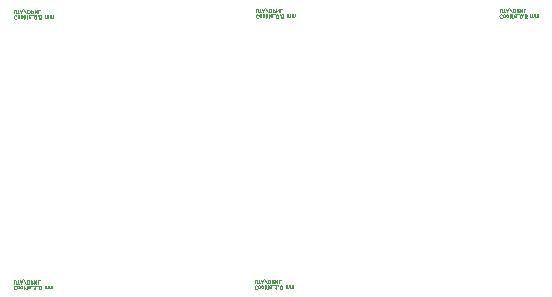
<source format=gbr>
%TF.GenerationSoftware,KiCad,Pcbnew,(7.0.0)*%
%TF.CreationDate,2023-03-30T16:56:58-05:00*%
%TF.ProjectId,Cookie_Mantis_Stencil,436f6f6b-6965-45f4-9d61-6e7469735f53,rev?*%
%TF.SameCoordinates,Original*%
%TF.FileFunction,Legend,Bot*%
%TF.FilePolarity,Positive*%
%FSLAX46Y46*%
G04 Gerber Fmt 4.6, Leading zero omitted, Abs format (unit mm)*
G04 Created by KiCad (PCBNEW (7.0.0)) date 2023-03-30 16:56:58*
%MOMM*%
%LPD*%
G01*
G04 APERTURE LIST*
%ADD10C,0.075000*%
G04 APERTURE END LIST*
D10*
X49506417Y-36228141D02*
X49492131Y-36213855D01*
X49492131Y-36213855D02*
X49449274Y-36199569D01*
X49449274Y-36199569D02*
X49420702Y-36199569D01*
X49420702Y-36199569D02*
X49377845Y-36213855D01*
X49377845Y-36213855D02*
X49349274Y-36242426D01*
X49349274Y-36242426D02*
X49334988Y-36270998D01*
X49334988Y-36270998D02*
X49320702Y-36328141D01*
X49320702Y-36328141D02*
X49320702Y-36370998D01*
X49320702Y-36370998D02*
X49334988Y-36428141D01*
X49334988Y-36428141D02*
X49349274Y-36456712D01*
X49349274Y-36456712D02*
X49377845Y-36485284D01*
X49377845Y-36485284D02*
X49420702Y-36499569D01*
X49420702Y-36499569D02*
X49449274Y-36499569D01*
X49449274Y-36499569D02*
X49492131Y-36485284D01*
X49492131Y-36485284D02*
X49506417Y-36470998D01*
X49677845Y-36199569D02*
X49649274Y-36213855D01*
X49649274Y-36213855D02*
X49634988Y-36228141D01*
X49634988Y-36228141D02*
X49620702Y-36256712D01*
X49620702Y-36256712D02*
X49620702Y-36342426D01*
X49620702Y-36342426D02*
X49634988Y-36370998D01*
X49634988Y-36370998D02*
X49649274Y-36385284D01*
X49649274Y-36385284D02*
X49677845Y-36399569D01*
X49677845Y-36399569D02*
X49720702Y-36399569D01*
X49720702Y-36399569D02*
X49749274Y-36385284D01*
X49749274Y-36385284D02*
X49763560Y-36370998D01*
X49763560Y-36370998D02*
X49777845Y-36342426D01*
X49777845Y-36342426D02*
X49777845Y-36256712D01*
X49777845Y-36256712D02*
X49763560Y-36228141D01*
X49763560Y-36228141D02*
X49749274Y-36213855D01*
X49749274Y-36213855D02*
X49720702Y-36199569D01*
X49720702Y-36199569D02*
X49677845Y-36199569D01*
X49949274Y-36199569D02*
X49920703Y-36213855D01*
X49920703Y-36213855D02*
X49906417Y-36228141D01*
X49906417Y-36228141D02*
X49892131Y-36256712D01*
X49892131Y-36256712D02*
X49892131Y-36342426D01*
X49892131Y-36342426D02*
X49906417Y-36370998D01*
X49906417Y-36370998D02*
X49920703Y-36385284D01*
X49920703Y-36385284D02*
X49949274Y-36399569D01*
X49949274Y-36399569D02*
X49992131Y-36399569D01*
X49992131Y-36399569D02*
X50020703Y-36385284D01*
X50020703Y-36385284D02*
X50034989Y-36370998D01*
X50034989Y-36370998D02*
X50049274Y-36342426D01*
X50049274Y-36342426D02*
X50049274Y-36256712D01*
X50049274Y-36256712D02*
X50034989Y-36228141D01*
X50034989Y-36228141D02*
X50020703Y-36213855D01*
X50020703Y-36213855D02*
X49992131Y-36199569D01*
X49992131Y-36199569D02*
X49949274Y-36199569D01*
X50177846Y-36199569D02*
X50177846Y-36499569D01*
X50206418Y-36313855D02*
X50292132Y-36199569D01*
X50292132Y-36399569D02*
X50177846Y-36285284D01*
X50420703Y-36199569D02*
X50420703Y-36399569D01*
X50420703Y-36499569D02*
X50406417Y-36485284D01*
X50406417Y-36485284D02*
X50420703Y-36470998D01*
X50420703Y-36470998D02*
X50434989Y-36485284D01*
X50434989Y-36485284D02*
X50420703Y-36499569D01*
X50420703Y-36499569D02*
X50420703Y-36470998D01*
X50677846Y-36213855D02*
X50649274Y-36199569D01*
X50649274Y-36199569D02*
X50592132Y-36199569D01*
X50592132Y-36199569D02*
X50563560Y-36213855D01*
X50563560Y-36213855D02*
X50549274Y-36242426D01*
X50549274Y-36242426D02*
X50549274Y-36356712D01*
X50549274Y-36356712D02*
X50563560Y-36385284D01*
X50563560Y-36385284D02*
X50592132Y-36399569D01*
X50592132Y-36399569D02*
X50649274Y-36399569D01*
X50649274Y-36399569D02*
X50677846Y-36385284D01*
X50677846Y-36385284D02*
X50692132Y-36356712D01*
X50692132Y-36356712D02*
X50692132Y-36328141D01*
X50692132Y-36328141D02*
X50549274Y-36299569D01*
X50749275Y-36170998D02*
X50977846Y-36170998D01*
X51206417Y-36199569D02*
X51034988Y-36199569D01*
X51120703Y-36199569D02*
X51120703Y-36499569D01*
X51120703Y-36499569D02*
X51092131Y-36456712D01*
X51092131Y-36456712D02*
X51063560Y-36428141D01*
X51063560Y-36428141D02*
X51034988Y-36413855D01*
X51334988Y-36228141D02*
X51349274Y-36213855D01*
X51349274Y-36213855D02*
X51334988Y-36199569D01*
X51334988Y-36199569D02*
X51320702Y-36213855D01*
X51320702Y-36213855D02*
X51334988Y-36228141D01*
X51334988Y-36228141D02*
X51334988Y-36199569D01*
X51534988Y-36499569D02*
X51563559Y-36499569D01*
X51563559Y-36499569D02*
X51592131Y-36485284D01*
X51592131Y-36485284D02*
X51606417Y-36470998D01*
X51606417Y-36470998D02*
X51620702Y-36442426D01*
X51620702Y-36442426D02*
X51634988Y-36385284D01*
X51634988Y-36385284D02*
X51634988Y-36313855D01*
X51634988Y-36313855D02*
X51620702Y-36256712D01*
X51620702Y-36256712D02*
X51606417Y-36228141D01*
X51606417Y-36228141D02*
X51592131Y-36213855D01*
X51592131Y-36213855D02*
X51563559Y-36199569D01*
X51563559Y-36199569D02*
X51534988Y-36199569D01*
X51534988Y-36199569D02*
X51506417Y-36213855D01*
X51506417Y-36213855D02*
X51492131Y-36228141D01*
X51492131Y-36228141D02*
X51477845Y-36256712D01*
X51477845Y-36256712D02*
X51463559Y-36313855D01*
X51463559Y-36313855D02*
X51463559Y-36385284D01*
X51463559Y-36385284D02*
X51477845Y-36442426D01*
X51477845Y-36442426D02*
X51492131Y-36470998D01*
X51492131Y-36470998D02*
X51506417Y-36485284D01*
X51506417Y-36485284D02*
X51534988Y-36499569D01*
X51943559Y-36199569D02*
X51943559Y-36399569D01*
X51943559Y-36370998D02*
X51957845Y-36385284D01*
X51957845Y-36385284D02*
X51986416Y-36399569D01*
X51986416Y-36399569D02*
X52029273Y-36399569D01*
X52029273Y-36399569D02*
X52057845Y-36385284D01*
X52057845Y-36385284D02*
X52072131Y-36356712D01*
X52072131Y-36356712D02*
X52072131Y-36199569D01*
X52072131Y-36356712D02*
X52086416Y-36385284D01*
X52086416Y-36385284D02*
X52114988Y-36399569D01*
X52114988Y-36399569D02*
X52157845Y-36399569D01*
X52157845Y-36399569D02*
X52186416Y-36385284D01*
X52186416Y-36385284D02*
X52200702Y-36356712D01*
X52200702Y-36356712D02*
X52200702Y-36199569D01*
X52343559Y-36199569D02*
X52343559Y-36399569D01*
X52343559Y-36370998D02*
X52357845Y-36385284D01*
X52357845Y-36385284D02*
X52386416Y-36399569D01*
X52386416Y-36399569D02*
X52429273Y-36399569D01*
X52429273Y-36399569D02*
X52457845Y-36385284D01*
X52457845Y-36385284D02*
X52472131Y-36356712D01*
X52472131Y-36356712D02*
X52472131Y-36199569D01*
X52472131Y-36356712D02*
X52486416Y-36385284D01*
X52486416Y-36385284D02*
X52514988Y-36399569D01*
X52514988Y-36399569D02*
X52557845Y-36399569D01*
X52557845Y-36399569D02*
X52586416Y-36385284D01*
X52586416Y-36385284D02*
X52600702Y-36356712D01*
X52600702Y-36356712D02*
X52600702Y-36199569D01*
X49334988Y-36013569D02*
X49334988Y-35770712D01*
X49334988Y-35770712D02*
X49349274Y-35742141D01*
X49349274Y-35742141D02*
X49363560Y-35727855D01*
X49363560Y-35727855D02*
X49392131Y-35713569D01*
X49392131Y-35713569D02*
X49449274Y-35713569D01*
X49449274Y-35713569D02*
X49477845Y-35727855D01*
X49477845Y-35727855D02*
X49492131Y-35742141D01*
X49492131Y-35742141D02*
X49506417Y-35770712D01*
X49506417Y-35770712D02*
X49506417Y-36013569D01*
X49606417Y-36013569D02*
X49777846Y-36013569D01*
X49692131Y-35713569D02*
X49692131Y-36013569D01*
X49863559Y-35799284D02*
X50006417Y-35799284D01*
X49834988Y-35713569D02*
X49934988Y-36013569D01*
X49934988Y-36013569D02*
X50034988Y-35713569D01*
X50349274Y-36027855D02*
X50092131Y-35642141D01*
X50506417Y-36013569D02*
X50563560Y-36013569D01*
X50563560Y-36013569D02*
X50592131Y-35999284D01*
X50592131Y-35999284D02*
X50620703Y-35970712D01*
X50620703Y-35970712D02*
X50634988Y-35913569D01*
X50634988Y-35913569D02*
X50634988Y-35813569D01*
X50634988Y-35813569D02*
X50620703Y-35756426D01*
X50620703Y-35756426D02*
X50592131Y-35727855D01*
X50592131Y-35727855D02*
X50563560Y-35713569D01*
X50563560Y-35713569D02*
X50506417Y-35713569D01*
X50506417Y-35713569D02*
X50477846Y-35727855D01*
X50477846Y-35727855D02*
X50449274Y-35756426D01*
X50449274Y-35756426D02*
X50434988Y-35813569D01*
X50434988Y-35813569D02*
X50434988Y-35913569D01*
X50434988Y-35913569D02*
X50449274Y-35970712D01*
X50449274Y-35970712D02*
X50477846Y-35999284D01*
X50477846Y-35999284D02*
X50506417Y-36013569D01*
X50934989Y-35713569D02*
X50834989Y-35856426D01*
X50763560Y-35713569D02*
X50763560Y-36013569D01*
X50763560Y-36013569D02*
X50877846Y-36013569D01*
X50877846Y-36013569D02*
X50906417Y-35999284D01*
X50906417Y-35999284D02*
X50920703Y-35984998D01*
X50920703Y-35984998D02*
X50934989Y-35956426D01*
X50934989Y-35956426D02*
X50934989Y-35913569D01*
X50934989Y-35913569D02*
X50920703Y-35884998D01*
X50920703Y-35884998D02*
X50906417Y-35870712D01*
X50906417Y-35870712D02*
X50877846Y-35856426D01*
X50877846Y-35856426D02*
X50763560Y-35856426D01*
X51063560Y-35713569D02*
X51063560Y-36013569D01*
X51063560Y-36013569D02*
X51234989Y-35713569D01*
X51234989Y-35713569D02*
X51234989Y-36013569D01*
X51520703Y-35713569D02*
X51377846Y-35713569D01*
X51377846Y-35713569D02*
X51377846Y-36013569D01*
X29106417Y-36273141D02*
X29092131Y-36258855D01*
X29092131Y-36258855D02*
X29049274Y-36244569D01*
X29049274Y-36244569D02*
X29020702Y-36244569D01*
X29020702Y-36244569D02*
X28977845Y-36258855D01*
X28977845Y-36258855D02*
X28949274Y-36287426D01*
X28949274Y-36287426D02*
X28934988Y-36315998D01*
X28934988Y-36315998D02*
X28920702Y-36373141D01*
X28920702Y-36373141D02*
X28920702Y-36415998D01*
X28920702Y-36415998D02*
X28934988Y-36473141D01*
X28934988Y-36473141D02*
X28949274Y-36501712D01*
X28949274Y-36501712D02*
X28977845Y-36530284D01*
X28977845Y-36530284D02*
X29020702Y-36544569D01*
X29020702Y-36544569D02*
X29049274Y-36544569D01*
X29049274Y-36544569D02*
X29092131Y-36530284D01*
X29092131Y-36530284D02*
X29106417Y-36515998D01*
X29277845Y-36244569D02*
X29249274Y-36258855D01*
X29249274Y-36258855D02*
X29234988Y-36273141D01*
X29234988Y-36273141D02*
X29220702Y-36301712D01*
X29220702Y-36301712D02*
X29220702Y-36387426D01*
X29220702Y-36387426D02*
X29234988Y-36415998D01*
X29234988Y-36415998D02*
X29249274Y-36430284D01*
X29249274Y-36430284D02*
X29277845Y-36444569D01*
X29277845Y-36444569D02*
X29320702Y-36444569D01*
X29320702Y-36444569D02*
X29349274Y-36430284D01*
X29349274Y-36430284D02*
X29363560Y-36415998D01*
X29363560Y-36415998D02*
X29377845Y-36387426D01*
X29377845Y-36387426D02*
X29377845Y-36301712D01*
X29377845Y-36301712D02*
X29363560Y-36273141D01*
X29363560Y-36273141D02*
X29349274Y-36258855D01*
X29349274Y-36258855D02*
X29320702Y-36244569D01*
X29320702Y-36244569D02*
X29277845Y-36244569D01*
X29549274Y-36244569D02*
X29520703Y-36258855D01*
X29520703Y-36258855D02*
X29506417Y-36273141D01*
X29506417Y-36273141D02*
X29492131Y-36301712D01*
X29492131Y-36301712D02*
X29492131Y-36387426D01*
X29492131Y-36387426D02*
X29506417Y-36415998D01*
X29506417Y-36415998D02*
X29520703Y-36430284D01*
X29520703Y-36430284D02*
X29549274Y-36444569D01*
X29549274Y-36444569D02*
X29592131Y-36444569D01*
X29592131Y-36444569D02*
X29620703Y-36430284D01*
X29620703Y-36430284D02*
X29634989Y-36415998D01*
X29634989Y-36415998D02*
X29649274Y-36387426D01*
X29649274Y-36387426D02*
X29649274Y-36301712D01*
X29649274Y-36301712D02*
X29634989Y-36273141D01*
X29634989Y-36273141D02*
X29620703Y-36258855D01*
X29620703Y-36258855D02*
X29592131Y-36244569D01*
X29592131Y-36244569D02*
X29549274Y-36244569D01*
X29777846Y-36244569D02*
X29777846Y-36544569D01*
X29806418Y-36358855D02*
X29892132Y-36244569D01*
X29892132Y-36444569D02*
X29777846Y-36330284D01*
X30020703Y-36244569D02*
X30020703Y-36444569D01*
X30020703Y-36544569D02*
X30006417Y-36530284D01*
X30006417Y-36530284D02*
X30020703Y-36515998D01*
X30020703Y-36515998D02*
X30034989Y-36530284D01*
X30034989Y-36530284D02*
X30020703Y-36544569D01*
X30020703Y-36544569D02*
X30020703Y-36515998D01*
X30277846Y-36258855D02*
X30249274Y-36244569D01*
X30249274Y-36244569D02*
X30192132Y-36244569D01*
X30192132Y-36244569D02*
X30163560Y-36258855D01*
X30163560Y-36258855D02*
X30149274Y-36287426D01*
X30149274Y-36287426D02*
X30149274Y-36401712D01*
X30149274Y-36401712D02*
X30163560Y-36430284D01*
X30163560Y-36430284D02*
X30192132Y-36444569D01*
X30192132Y-36444569D02*
X30249274Y-36444569D01*
X30249274Y-36444569D02*
X30277846Y-36430284D01*
X30277846Y-36430284D02*
X30292132Y-36401712D01*
X30292132Y-36401712D02*
X30292132Y-36373141D01*
X30292132Y-36373141D02*
X30149274Y-36344569D01*
X30349275Y-36215998D02*
X30577846Y-36215998D01*
X30806417Y-36244569D02*
X30634988Y-36244569D01*
X30720703Y-36244569D02*
X30720703Y-36544569D01*
X30720703Y-36544569D02*
X30692131Y-36501712D01*
X30692131Y-36501712D02*
X30663560Y-36473141D01*
X30663560Y-36473141D02*
X30634988Y-36458855D01*
X30934988Y-36273141D02*
X30949274Y-36258855D01*
X30949274Y-36258855D02*
X30934988Y-36244569D01*
X30934988Y-36244569D02*
X30920702Y-36258855D01*
X30920702Y-36258855D02*
X30934988Y-36273141D01*
X30934988Y-36273141D02*
X30934988Y-36244569D01*
X31134988Y-36544569D02*
X31163559Y-36544569D01*
X31163559Y-36544569D02*
X31192131Y-36530284D01*
X31192131Y-36530284D02*
X31206417Y-36515998D01*
X31206417Y-36515998D02*
X31220702Y-36487426D01*
X31220702Y-36487426D02*
X31234988Y-36430284D01*
X31234988Y-36430284D02*
X31234988Y-36358855D01*
X31234988Y-36358855D02*
X31220702Y-36301712D01*
X31220702Y-36301712D02*
X31206417Y-36273141D01*
X31206417Y-36273141D02*
X31192131Y-36258855D01*
X31192131Y-36258855D02*
X31163559Y-36244569D01*
X31163559Y-36244569D02*
X31134988Y-36244569D01*
X31134988Y-36244569D02*
X31106417Y-36258855D01*
X31106417Y-36258855D02*
X31092131Y-36273141D01*
X31092131Y-36273141D02*
X31077845Y-36301712D01*
X31077845Y-36301712D02*
X31063559Y-36358855D01*
X31063559Y-36358855D02*
X31063559Y-36430284D01*
X31063559Y-36430284D02*
X31077845Y-36487426D01*
X31077845Y-36487426D02*
X31092131Y-36515998D01*
X31092131Y-36515998D02*
X31106417Y-36530284D01*
X31106417Y-36530284D02*
X31134988Y-36544569D01*
X31543559Y-36244569D02*
X31543559Y-36444569D01*
X31543559Y-36415998D02*
X31557845Y-36430284D01*
X31557845Y-36430284D02*
X31586416Y-36444569D01*
X31586416Y-36444569D02*
X31629273Y-36444569D01*
X31629273Y-36444569D02*
X31657845Y-36430284D01*
X31657845Y-36430284D02*
X31672131Y-36401712D01*
X31672131Y-36401712D02*
X31672131Y-36244569D01*
X31672131Y-36401712D02*
X31686416Y-36430284D01*
X31686416Y-36430284D02*
X31714988Y-36444569D01*
X31714988Y-36444569D02*
X31757845Y-36444569D01*
X31757845Y-36444569D02*
X31786416Y-36430284D01*
X31786416Y-36430284D02*
X31800702Y-36401712D01*
X31800702Y-36401712D02*
X31800702Y-36244569D01*
X31943559Y-36244569D02*
X31943559Y-36444569D01*
X31943559Y-36415998D02*
X31957845Y-36430284D01*
X31957845Y-36430284D02*
X31986416Y-36444569D01*
X31986416Y-36444569D02*
X32029273Y-36444569D01*
X32029273Y-36444569D02*
X32057845Y-36430284D01*
X32057845Y-36430284D02*
X32072131Y-36401712D01*
X32072131Y-36401712D02*
X32072131Y-36244569D01*
X32072131Y-36401712D02*
X32086416Y-36430284D01*
X32086416Y-36430284D02*
X32114988Y-36444569D01*
X32114988Y-36444569D02*
X32157845Y-36444569D01*
X32157845Y-36444569D02*
X32186416Y-36430284D01*
X32186416Y-36430284D02*
X32200702Y-36401712D01*
X32200702Y-36401712D02*
X32200702Y-36244569D01*
X28934988Y-36058569D02*
X28934988Y-35815712D01*
X28934988Y-35815712D02*
X28949274Y-35787141D01*
X28949274Y-35787141D02*
X28963560Y-35772855D01*
X28963560Y-35772855D02*
X28992131Y-35758569D01*
X28992131Y-35758569D02*
X29049274Y-35758569D01*
X29049274Y-35758569D02*
X29077845Y-35772855D01*
X29077845Y-35772855D02*
X29092131Y-35787141D01*
X29092131Y-35787141D02*
X29106417Y-35815712D01*
X29106417Y-35815712D02*
X29106417Y-36058569D01*
X29206417Y-36058569D02*
X29377846Y-36058569D01*
X29292131Y-35758569D02*
X29292131Y-36058569D01*
X29463559Y-35844284D02*
X29606417Y-35844284D01*
X29434988Y-35758569D02*
X29534988Y-36058569D01*
X29534988Y-36058569D02*
X29634988Y-35758569D01*
X29949274Y-36072855D02*
X29692131Y-35687141D01*
X30106417Y-36058569D02*
X30163560Y-36058569D01*
X30163560Y-36058569D02*
X30192131Y-36044284D01*
X30192131Y-36044284D02*
X30220703Y-36015712D01*
X30220703Y-36015712D02*
X30234988Y-35958569D01*
X30234988Y-35958569D02*
X30234988Y-35858569D01*
X30234988Y-35858569D02*
X30220703Y-35801426D01*
X30220703Y-35801426D02*
X30192131Y-35772855D01*
X30192131Y-35772855D02*
X30163560Y-35758569D01*
X30163560Y-35758569D02*
X30106417Y-35758569D01*
X30106417Y-35758569D02*
X30077846Y-35772855D01*
X30077846Y-35772855D02*
X30049274Y-35801426D01*
X30049274Y-35801426D02*
X30034988Y-35858569D01*
X30034988Y-35858569D02*
X30034988Y-35958569D01*
X30034988Y-35958569D02*
X30049274Y-36015712D01*
X30049274Y-36015712D02*
X30077846Y-36044284D01*
X30077846Y-36044284D02*
X30106417Y-36058569D01*
X30534989Y-35758569D02*
X30434989Y-35901426D01*
X30363560Y-35758569D02*
X30363560Y-36058569D01*
X30363560Y-36058569D02*
X30477846Y-36058569D01*
X30477846Y-36058569D02*
X30506417Y-36044284D01*
X30506417Y-36044284D02*
X30520703Y-36029998D01*
X30520703Y-36029998D02*
X30534989Y-36001426D01*
X30534989Y-36001426D02*
X30534989Y-35958569D01*
X30534989Y-35958569D02*
X30520703Y-35929998D01*
X30520703Y-35929998D02*
X30506417Y-35915712D01*
X30506417Y-35915712D02*
X30477846Y-35901426D01*
X30477846Y-35901426D02*
X30363560Y-35901426D01*
X30663560Y-35758569D02*
X30663560Y-36058569D01*
X30663560Y-36058569D02*
X30834989Y-35758569D01*
X30834989Y-35758569D02*
X30834989Y-36058569D01*
X31120703Y-35758569D02*
X30977846Y-35758569D01*
X30977846Y-35758569D02*
X30977846Y-36058569D01*
X49621417Y-13282157D02*
X49607131Y-13267871D01*
X49607131Y-13267871D02*
X49564274Y-13253585D01*
X49564274Y-13253585D02*
X49535702Y-13253585D01*
X49535702Y-13253585D02*
X49492845Y-13267871D01*
X49492845Y-13267871D02*
X49464274Y-13296442D01*
X49464274Y-13296442D02*
X49449988Y-13325014D01*
X49449988Y-13325014D02*
X49435702Y-13382157D01*
X49435702Y-13382157D02*
X49435702Y-13425014D01*
X49435702Y-13425014D02*
X49449988Y-13482157D01*
X49449988Y-13482157D02*
X49464274Y-13510728D01*
X49464274Y-13510728D02*
X49492845Y-13539300D01*
X49492845Y-13539300D02*
X49535702Y-13553585D01*
X49535702Y-13553585D02*
X49564274Y-13553585D01*
X49564274Y-13553585D02*
X49607131Y-13539300D01*
X49607131Y-13539300D02*
X49621417Y-13525014D01*
X49792845Y-13253585D02*
X49764274Y-13267871D01*
X49764274Y-13267871D02*
X49749988Y-13282157D01*
X49749988Y-13282157D02*
X49735702Y-13310728D01*
X49735702Y-13310728D02*
X49735702Y-13396442D01*
X49735702Y-13396442D02*
X49749988Y-13425014D01*
X49749988Y-13425014D02*
X49764274Y-13439300D01*
X49764274Y-13439300D02*
X49792845Y-13453585D01*
X49792845Y-13453585D02*
X49835702Y-13453585D01*
X49835702Y-13453585D02*
X49864274Y-13439300D01*
X49864274Y-13439300D02*
X49878560Y-13425014D01*
X49878560Y-13425014D02*
X49892845Y-13396442D01*
X49892845Y-13396442D02*
X49892845Y-13310728D01*
X49892845Y-13310728D02*
X49878560Y-13282157D01*
X49878560Y-13282157D02*
X49864274Y-13267871D01*
X49864274Y-13267871D02*
X49835702Y-13253585D01*
X49835702Y-13253585D02*
X49792845Y-13253585D01*
X50064274Y-13253585D02*
X50035703Y-13267871D01*
X50035703Y-13267871D02*
X50021417Y-13282157D01*
X50021417Y-13282157D02*
X50007131Y-13310728D01*
X50007131Y-13310728D02*
X50007131Y-13396442D01*
X50007131Y-13396442D02*
X50021417Y-13425014D01*
X50021417Y-13425014D02*
X50035703Y-13439300D01*
X50035703Y-13439300D02*
X50064274Y-13453585D01*
X50064274Y-13453585D02*
X50107131Y-13453585D01*
X50107131Y-13453585D02*
X50135703Y-13439300D01*
X50135703Y-13439300D02*
X50149989Y-13425014D01*
X50149989Y-13425014D02*
X50164274Y-13396442D01*
X50164274Y-13396442D02*
X50164274Y-13310728D01*
X50164274Y-13310728D02*
X50149989Y-13282157D01*
X50149989Y-13282157D02*
X50135703Y-13267871D01*
X50135703Y-13267871D02*
X50107131Y-13253585D01*
X50107131Y-13253585D02*
X50064274Y-13253585D01*
X50292846Y-13253585D02*
X50292846Y-13553585D01*
X50321418Y-13367871D02*
X50407132Y-13253585D01*
X50407132Y-13453585D02*
X50292846Y-13339300D01*
X50535703Y-13253585D02*
X50535703Y-13453585D01*
X50535703Y-13553585D02*
X50521417Y-13539300D01*
X50521417Y-13539300D02*
X50535703Y-13525014D01*
X50535703Y-13525014D02*
X50549989Y-13539300D01*
X50549989Y-13539300D02*
X50535703Y-13553585D01*
X50535703Y-13553585D02*
X50535703Y-13525014D01*
X50792846Y-13267871D02*
X50764274Y-13253585D01*
X50764274Y-13253585D02*
X50707132Y-13253585D01*
X50707132Y-13253585D02*
X50678560Y-13267871D01*
X50678560Y-13267871D02*
X50664274Y-13296442D01*
X50664274Y-13296442D02*
X50664274Y-13410728D01*
X50664274Y-13410728D02*
X50678560Y-13439300D01*
X50678560Y-13439300D02*
X50707132Y-13453585D01*
X50707132Y-13453585D02*
X50764274Y-13453585D01*
X50764274Y-13453585D02*
X50792846Y-13439300D01*
X50792846Y-13439300D02*
X50807132Y-13410728D01*
X50807132Y-13410728D02*
X50807132Y-13382157D01*
X50807132Y-13382157D02*
X50664274Y-13353585D01*
X50864275Y-13225014D02*
X51092846Y-13225014D01*
X51221417Y-13553585D02*
X51249988Y-13553585D01*
X51249988Y-13553585D02*
X51278560Y-13539300D01*
X51278560Y-13539300D02*
X51292846Y-13525014D01*
X51292846Y-13525014D02*
X51307131Y-13496442D01*
X51307131Y-13496442D02*
X51321417Y-13439300D01*
X51321417Y-13439300D02*
X51321417Y-13367871D01*
X51321417Y-13367871D02*
X51307131Y-13310728D01*
X51307131Y-13310728D02*
X51292846Y-13282157D01*
X51292846Y-13282157D02*
X51278560Y-13267871D01*
X51278560Y-13267871D02*
X51249988Y-13253585D01*
X51249988Y-13253585D02*
X51221417Y-13253585D01*
X51221417Y-13253585D02*
X51192846Y-13267871D01*
X51192846Y-13267871D02*
X51178560Y-13282157D01*
X51178560Y-13282157D02*
X51164274Y-13310728D01*
X51164274Y-13310728D02*
X51149988Y-13367871D01*
X51149988Y-13367871D02*
X51149988Y-13439300D01*
X51149988Y-13439300D02*
X51164274Y-13496442D01*
X51164274Y-13496442D02*
X51178560Y-13525014D01*
X51178560Y-13525014D02*
X51192846Y-13539300D01*
X51192846Y-13539300D02*
X51221417Y-13553585D01*
X51449988Y-13282157D02*
X51464274Y-13267871D01*
X51464274Y-13267871D02*
X51449988Y-13253585D01*
X51449988Y-13253585D02*
X51435702Y-13267871D01*
X51435702Y-13267871D02*
X51449988Y-13282157D01*
X51449988Y-13282157D02*
X51449988Y-13253585D01*
X51735702Y-13553585D02*
X51592845Y-13553585D01*
X51592845Y-13553585D02*
X51578559Y-13410728D01*
X51578559Y-13410728D02*
X51592845Y-13425014D01*
X51592845Y-13425014D02*
X51621417Y-13439300D01*
X51621417Y-13439300D02*
X51692845Y-13439300D01*
X51692845Y-13439300D02*
X51721417Y-13425014D01*
X51721417Y-13425014D02*
X51735702Y-13410728D01*
X51735702Y-13410728D02*
X51749988Y-13382157D01*
X51749988Y-13382157D02*
X51749988Y-13310728D01*
X51749988Y-13310728D02*
X51735702Y-13282157D01*
X51735702Y-13282157D02*
X51721417Y-13267871D01*
X51721417Y-13267871D02*
X51692845Y-13253585D01*
X51692845Y-13253585D02*
X51621417Y-13253585D01*
X51621417Y-13253585D02*
X51592845Y-13267871D01*
X51592845Y-13267871D02*
X51578559Y-13282157D01*
X52058559Y-13253585D02*
X52058559Y-13453585D01*
X52058559Y-13425014D02*
X52072845Y-13439300D01*
X52072845Y-13439300D02*
X52101416Y-13453585D01*
X52101416Y-13453585D02*
X52144273Y-13453585D01*
X52144273Y-13453585D02*
X52172845Y-13439300D01*
X52172845Y-13439300D02*
X52187131Y-13410728D01*
X52187131Y-13410728D02*
X52187131Y-13253585D01*
X52187131Y-13410728D02*
X52201416Y-13439300D01*
X52201416Y-13439300D02*
X52229988Y-13453585D01*
X52229988Y-13453585D02*
X52272845Y-13453585D01*
X52272845Y-13453585D02*
X52301416Y-13439300D01*
X52301416Y-13439300D02*
X52315702Y-13410728D01*
X52315702Y-13410728D02*
X52315702Y-13253585D01*
X52458559Y-13253585D02*
X52458559Y-13453585D01*
X52458559Y-13425014D02*
X52472845Y-13439300D01*
X52472845Y-13439300D02*
X52501416Y-13453585D01*
X52501416Y-13453585D02*
X52544273Y-13453585D01*
X52544273Y-13453585D02*
X52572845Y-13439300D01*
X52572845Y-13439300D02*
X52587131Y-13410728D01*
X52587131Y-13410728D02*
X52587131Y-13253585D01*
X52587131Y-13410728D02*
X52601416Y-13439300D01*
X52601416Y-13439300D02*
X52629988Y-13453585D01*
X52629988Y-13453585D02*
X52672845Y-13453585D01*
X52672845Y-13453585D02*
X52701416Y-13439300D01*
X52701416Y-13439300D02*
X52715702Y-13410728D01*
X52715702Y-13410728D02*
X52715702Y-13253585D01*
X49449988Y-13067585D02*
X49449988Y-12824728D01*
X49449988Y-12824728D02*
X49464274Y-12796157D01*
X49464274Y-12796157D02*
X49478560Y-12781871D01*
X49478560Y-12781871D02*
X49507131Y-12767585D01*
X49507131Y-12767585D02*
X49564274Y-12767585D01*
X49564274Y-12767585D02*
X49592845Y-12781871D01*
X49592845Y-12781871D02*
X49607131Y-12796157D01*
X49607131Y-12796157D02*
X49621417Y-12824728D01*
X49621417Y-12824728D02*
X49621417Y-13067585D01*
X49721417Y-13067585D02*
X49892846Y-13067585D01*
X49807131Y-12767585D02*
X49807131Y-13067585D01*
X49978559Y-12853300D02*
X50121417Y-12853300D01*
X49949988Y-12767585D02*
X50049988Y-13067585D01*
X50049988Y-13067585D02*
X50149988Y-12767585D01*
X50464274Y-13081871D02*
X50207131Y-12696157D01*
X50621417Y-13067585D02*
X50678560Y-13067585D01*
X50678560Y-13067585D02*
X50707131Y-13053300D01*
X50707131Y-13053300D02*
X50735703Y-13024728D01*
X50735703Y-13024728D02*
X50749988Y-12967585D01*
X50749988Y-12967585D02*
X50749988Y-12867585D01*
X50749988Y-12867585D02*
X50735703Y-12810442D01*
X50735703Y-12810442D02*
X50707131Y-12781871D01*
X50707131Y-12781871D02*
X50678560Y-12767585D01*
X50678560Y-12767585D02*
X50621417Y-12767585D01*
X50621417Y-12767585D02*
X50592846Y-12781871D01*
X50592846Y-12781871D02*
X50564274Y-12810442D01*
X50564274Y-12810442D02*
X50549988Y-12867585D01*
X50549988Y-12867585D02*
X50549988Y-12967585D01*
X50549988Y-12967585D02*
X50564274Y-13024728D01*
X50564274Y-13024728D02*
X50592846Y-13053300D01*
X50592846Y-13053300D02*
X50621417Y-13067585D01*
X51049989Y-12767585D02*
X50949989Y-12910442D01*
X50878560Y-12767585D02*
X50878560Y-13067585D01*
X50878560Y-13067585D02*
X50992846Y-13067585D01*
X50992846Y-13067585D02*
X51021417Y-13053300D01*
X51021417Y-13053300D02*
X51035703Y-13039014D01*
X51035703Y-13039014D02*
X51049989Y-13010442D01*
X51049989Y-13010442D02*
X51049989Y-12967585D01*
X51049989Y-12967585D02*
X51035703Y-12939014D01*
X51035703Y-12939014D02*
X51021417Y-12924728D01*
X51021417Y-12924728D02*
X50992846Y-12910442D01*
X50992846Y-12910442D02*
X50878560Y-12910442D01*
X51178560Y-12767585D02*
X51178560Y-13067585D01*
X51178560Y-13067585D02*
X51349989Y-12767585D01*
X51349989Y-12767585D02*
X51349989Y-13067585D01*
X51635703Y-12767585D02*
X51492846Y-12767585D01*
X51492846Y-12767585D02*
X51492846Y-13067585D01*
X70246417Y-13282157D02*
X70232131Y-13267871D01*
X70232131Y-13267871D02*
X70189274Y-13253585D01*
X70189274Y-13253585D02*
X70160702Y-13253585D01*
X70160702Y-13253585D02*
X70117845Y-13267871D01*
X70117845Y-13267871D02*
X70089274Y-13296442D01*
X70089274Y-13296442D02*
X70074988Y-13325014D01*
X70074988Y-13325014D02*
X70060702Y-13382157D01*
X70060702Y-13382157D02*
X70060702Y-13425014D01*
X70060702Y-13425014D02*
X70074988Y-13482157D01*
X70074988Y-13482157D02*
X70089274Y-13510728D01*
X70089274Y-13510728D02*
X70117845Y-13539300D01*
X70117845Y-13539300D02*
X70160702Y-13553585D01*
X70160702Y-13553585D02*
X70189274Y-13553585D01*
X70189274Y-13553585D02*
X70232131Y-13539300D01*
X70232131Y-13539300D02*
X70246417Y-13525014D01*
X70417845Y-13253585D02*
X70389274Y-13267871D01*
X70389274Y-13267871D02*
X70374988Y-13282157D01*
X70374988Y-13282157D02*
X70360702Y-13310728D01*
X70360702Y-13310728D02*
X70360702Y-13396442D01*
X70360702Y-13396442D02*
X70374988Y-13425014D01*
X70374988Y-13425014D02*
X70389274Y-13439300D01*
X70389274Y-13439300D02*
X70417845Y-13453585D01*
X70417845Y-13453585D02*
X70460702Y-13453585D01*
X70460702Y-13453585D02*
X70489274Y-13439300D01*
X70489274Y-13439300D02*
X70503560Y-13425014D01*
X70503560Y-13425014D02*
X70517845Y-13396442D01*
X70517845Y-13396442D02*
X70517845Y-13310728D01*
X70517845Y-13310728D02*
X70503560Y-13282157D01*
X70503560Y-13282157D02*
X70489274Y-13267871D01*
X70489274Y-13267871D02*
X70460702Y-13253585D01*
X70460702Y-13253585D02*
X70417845Y-13253585D01*
X70689274Y-13253585D02*
X70660703Y-13267871D01*
X70660703Y-13267871D02*
X70646417Y-13282157D01*
X70646417Y-13282157D02*
X70632131Y-13310728D01*
X70632131Y-13310728D02*
X70632131Y-13396442D01*
X70632131Y-13396442D02*
X70646417Y-13425014D01*
X70646417Y-13425014D02*
X70660703Y-13439300D01*
X70660703Y-13439300D02*
X70689274Y-13453585D01*
X70689274Y-13453585D02*
X70732131Y-13453585D01*
X70732131Y-13453585D02*
X70760703Y-13439300D01*
X70760703Y-13439300D02*
X70774989Y-13425014D01*
X70774989Y-13425014D02*
X70789274Y-13396442D01*
X70789274Y-13396442D02*
X70789274Y-13310728D01*
X70789274Y-13310728D02*
X70774989Y-13282157D01*
X70774989Y-13282157D02*
X70760703Y-13267871D01*
X70760703Y-13267871D02*
X70732131Y-13253585D01*
X70732131Y-13253585D02*
X70689274Y-13253585D01*
X70917846Y-13253585D02*
X70917846Y-13553585D01*
X70946418Y-13367871D02*
X71032132Y-13253585D01*
X71032132Y-13453585D02*
X70917846Y-13339300D01*
X71160703Y-13253585D02*
X71160703Y-13453585D01*
X71160703Y-13553585D02*
X71146417Y-13539300D01*
X71146417Y-13539300D02*
X71160703Y-13525014D01*
X71160703Y-13525014D02*
X71174989Y-13539300D01*
X71174989Y-13539300D02*
X71160703Y-13553585D01*
X71160703Y-13553585D02*
X71160703Y-13525014D01*
X71417846Y-13267871D02*
X71389274Y-13253585D01*
X71389274Y-13253585D02*
X71332132Y-13253585D01*
X71332132Y-13253585D02*
X71303560Y-13267871D01*
X71303560Y-13267871D02*
X71289274Y-13296442D01*
X71289274Y-13296442D02*
X71289274Y-13410728D01*
X71289274Y-13410728D02*
X71303560Y-13439300D01*
X71303560Y-13439300D02*
X71332132Y-13453585D01*
X71332132Y-13453585D02*
X71389274Y-13453585D01*
X71389274Y-13453585D02*
X71417846Y-13439300D01*
X71417846Y-13439300D02*
X71432132Y-13410728D01*
X71432132Y-13410728D02*
X71432132Y-13382157D01*
X71432132Y-13382157D02*
X71289274Y-13353585D01*
X71489275Y-13225014D02*
X71717846Y-13225014D01*
X71846417Y-13553585D02*
X71874988Y-13553585D01*
X71874988Y-13553585D02*
X71903560Y-13539300D01*
X71903560Y-13539300D02*
X71917846Y-13525014D01*
X71917846Y-13525014D02*
X71932131Y-13496442D01*
X71932131Y-13496442D02*
X71946417Y-13439300D01*
X71946417Y-13439300D02*
X71946417Y-13367871D01*
X71946417Y-13367871D02*
X71932131Y-13310728D01*
X71932131Y-13310728D02*
X71917846Y-13282157D01*
X71917846Y-13282157D02*
X71903560Y-13267871D01*
X71903560Y-13267871D02*
X71874988Y-13253585D01*
X71874988Y-13253585D02*
X71846417Y-13253585D01*
X71846417Y-13253585D02*
X71817846Y-13267871D01*
X71817846Y-13267871D02*
X71803560Y-13282157D01*
X71803560Y-13282157D02*
X71789274Y-13310728D01*
X71789274Y-13310728D02*
X71774988Y-13367871D01*
X71774988Y-13367871D02*
X71774988Y-13439300D01*
X71774988Y-13439300D02*
X71789274Y-13496442D01*
X71789274Y-13496442D02*
X71803560Y-13525014D01*
X71803560Y-13525014D02*
X71817846Y-13539300D01*
X71817846Y-13539300D02*
X71846417Y-13553585D01*
X72074988Y-13282157D02*
X72089274Y-13267871D01*
X72089274Y-13267871D02*
X72074988Y-13253585D01*
X72074988Y-13253585D02*
X72060702Y-13267871D01*
X72060702Y-13267871D02*
X72074988Y-13282157D01*
X72074988Y-13282157D02*
X72074988Y-13253585D01*
X72360702Y-13553585D02*
X72217845Y-13553585D01*
X72217845Y-13553585D02*
X72203559Y-13410728D01*
X72203559Y-13410728D02*
X72217845Y-13425014D01*
X72217845Y-13425014D02*
X72246417Y-13439300D01*
X72246417Y-13439300D02*
X72317845Y-13439300D01*
X72317845Y-13439300D02*
X72346417Y-13425014D01*
X72346417Y-13425014D02*
X72360702Y-13410728D01*
X72360702Y-13410728D02*
X72374988Y-13382157D01*
X72374988Y-13382157D02*
X72374988Y-13310728D01*
X72374988Y-13310728D02*
X72360702Y-13282157D01*
X72360702Y-13282157D02*
X72346417Y-13267871D01*
X72346417Y-13267871D02*
X72317845Y-13253585D01*
X72317845Y-13253585D02*
X72246417Y-13253585D01*
X72246417Y-13253585D02*
X72217845Y-13267871D01*
X72217845Y-13267871D02*
X72203559Y-13282157D01*
X72683559Y-13253585D02*
X72683559Y-13453585D01*
X72683559Y-13425014D02*
X72697845Y-13439300D01*
X72697845Y-13439300D02*
X72726416Y-13453585D01*
X72726416Y-13453585D02*
X72769273Y-13453585D01*
X72769273Y-13453585D02*
X72797845Y-13439300D01*
X72797845Y-13439300D02*
X72812131Y-13410728D01*
X72812131Y-13410728D02*
X72812131Y-13253585D01*
X72812131Y-13410728D02*
X72826416Y-13439300D01*
X72826416Y-13439300D02*
X72854988Y-13453585D01*
X72854988Y-13453585D02*
X72897845Y-13453585D01*
X72897845Y-13453585D02*
X72926416Y-13439300D01*
X72926416Y-13439300D02*
X72940702Y-13410728D01*
X72940702Y-13410728D02*
X72940702Y-13253585D01*
X73083559Y-13253585D02*
X73083559Y-13453585D01*
X73083559Y-13425014D02*
X73097845Y-13439300D01*
X73097845Y-13439300D02*
X73126416Y-13453585D01*
X73126416Y-13453585D02*
X73169273Y-13453585D01*
X73169273Y-13453585D02*
X73197845Y-13439300D01*
X73197845Y-13439300D02*
X73212131Y-13410728D01*
X73212131Y-13410728D02*
X73212131Y-13253585D01*
X73212131Y-13410728D02*
X73226416Y-13439300D01*
X73226416Y-13439300D02*
X73254988Y-13453585D01*
X73254988Y-13453585D02*
X73297845Y-13453585D01*
X73297845Y-13453585D02*
X73326416Y-13439300D01*
X73326416Y-13439300D02*
X73340702Y-13410728D01*
X73340702Y-13410728D02*
X73340702Y-13253585D01*
X70074988Y-13067585D02*
X70074988Y-12824728D01*
X70074988Y-12824728D02*
X70089274Y-12796157D01*
X70089274Y-12796157D02*
X70103560Y-12781871D01*
X70103560Y-12781871D02*
X70132131Y-12767585D01*
X70132131Y-12767585D02*
X70189274Y-12767585D01*
X70189274Y-12767585D02*
X70217845Y-12781871D01*
X70217845Y-12781871D02*
X70232131Y-12796157D01*
X70232131Y-12796157D02*
X70246417Y-12824728D01*
X70246417Y-12824728D02*
X70246417Y-13067585D01*
X70346417Y-13067585D02*
X70517846Y-13067585D01*
X70432131Y-12767585D02*
X70432131Y-13067585D01*
X70603559Y-12853300D02*
X70746417Y-12853300D01*
X70574988Y-12767585D02*
X70674988Y-13067585D01*
X70674988Y-13067585D02*
X70774988Y-12767585D01*
X71089274Y-13081871D02*
X70832131Y-12696157D01*
X71246417Y-13067585D02*
X71303560Y-13067585D01*
X71303560Y-13067585D02*
X71332131Y-13053300D01*
X71332131Y-13053300D02*
X71360703Y-13024728D01*
X71360703Y-13024728D02*
X71374988Y-12967585D01*
X71374988Y-12967585D02*
X71374988Y-12867585D01*
X71374988Y-12867585D02*
X71360703Y-12810442D01*
X71360703Y-12810442D02*
X71332131Y-12781871D01*
X71332131Y-12781871D02*
X71303560Y-12767585D01*
X71303560Y-12767585D02*
X71246417Y-12767585D01*
X71246417Y-12767585D02*
X71217846Y-12781871D01*
X71217846Y-12781871D02*
X71189274Y-12810442D01*
X71189274Y-12810442D02*
X71174988Y-12867585D01*
X71174988Y-12867585D02*
X71174988Y-12967585D01*
X71174988Y-12967585D02*
X71189274Y-13024728D01*
X71189274Y-13024728D02*
X71217846Y-13053300D01*
X71217846Y-13053300D02*
X71246417Y-13067585D01*
X71674989Y-12767585D02*
X71574989Y-12910442D01*
X71503560Y-12767585D02*
X71503560Y-13067585D01*
X71503560Y-13067585D02*
X71617846Y-13067585D01*
X71617846Y-13067585D02*
X71646417Y-13053300D01*
X71646417Y-13053300D02*
X71660703Y-13039014D01*
X71660703Y-13039014D02*
X71674989Y-13010442D01*
X71674989Y-13010442D02*
X71674989Y-12967585D01*
X71674989Y-12967585D02*
X71660703Y-12939014D01*
X71660703Y-12939014D02*
X71646417Y-12924728D01*
X71646417Y-12924728D02*
X71617846Y-12910442D01*
X71617846Y-12910442D02*
X71503560Y-12910442D01*
X71803560Y-12767585D02*
X71803560Y-13067585D01*
X71803560Y-13067585D02*
X71974989Y-12767585D01*
X71974989Y-12767585D02*
X71974989Y-13067585D01*
X72260703Y-12767585D02*
X72117846Y-12767585D01*
X72117846Y-12767585D02*
X72117846Y-13067585D01*
X29142857Y-13361357D02*
X29128571Y-13347071D01*
X29128571Y-13347071D02*
X29085714Y-13332785D01*
X29085714Y-13332785D02*
X29057142Y-13332785D01*
X29057142Y-13332785D02*
X29014285Y-13347071D01*
X29014285Y-13347071D02*
X28985714Y-13375642D01*
X28985714Y-13375642D02*
X28971428Y-13404214D01*
X28971428Y-13404214D02*
X28957142Y-13461357D01*
X28957142Y-13461357D02*
X28957142Y-13504214D01*
X28957142Y-13504214D02*
X28971428Y-13561357D01*
X28971428Y-13561357D02*
X28985714Y-13589928D01*
X28985714Y-13589928D02*
X29014285Y-13618500D01*
X29014285Y-13618500D02*
X29057142Y-13632785D01*
X29057142Y-13632785D02*
X29085714Y-13632785D01*
X29085714Y-13632785D02*
X29128571Y-13618500D01*
X29128571Y-13618500D02*
X29142857Y-13604214D01*
X29314285Y-13332785D02*
X29285714Y-13347071D01*
X29285714Y-13347071D02*
X29271428Y-13361357D01*
X29271428Y-13361357D02*
X29257142Y-13389928D01*
X29257142Y-13389928D02*
X29257142Y-13475642D01*
X29257142Y-13475642D02*
X29271428Y-13504214D01*
X29271428Y-13504214D02*
X29285714Y-13518500D01*
X29285714Y-13518500D02*
X29314285Y-13532785D01*
X29314285Y-13532785D02*
X29357142Y-13532785D01*
X29357142Y-13532785D02*
X29385714Y-13518500D01*
X29385714Y-13518500D02*
X29400000Y-13504214D01*
X29400000Y-13504214D02*
X29414285Y-13475642D01*
X29414285Y-13475642D02*
X29414285Y-13389928D01*
X29414285Y-13389928D02*
X29400000Y-13361357D01*
X29400000Y-13361357D02*
X29385714Y-13347071D01*
X29385714Y-13347071D02*
X29357142Y-13332785D01*
X29357142Y-13332785D02*
X29314285Y-13332785D01*
X29585714Y-13332785D02*
X29557143Y-13347071D01*
X29557143Y-13347071D02*
X29542857Y-13361357D01*
X29542857Y-13361357D02*
X29528571Y-13389928D01*
X29528571Y-13389928D02*
X29528571Y-13475642D01*
X29528571Y-13475642D02*
X29542857Y-13504214D01*
X29542857Y-13504214D02*
X29557143Y-13518500D01*
X29557143Y-13518500D02*
X29585714Y-13532785D01*
X29585714Y-13532785D02*
X29628571Y-13532785D01*
X29628571Y-13532785D02*
X29657143Y-13518500D01*
X29657143Y-13518500D02*
X29671429Y-13504214D01*
X29671429Y-13504214D02*
X29685714Y-13475642D01*
X29685714Y-13475642D02*
X29685714Y-13389928D01*
X29685714Y-13389928D02*
X29671429Y-13361357D01*
X29671429Y-13361357D02*
X29657143Y-13347071D01*
X29657143Y-13347071D02*
X29628571Y-13332785D01*
X29628571Y-13332785D02*
X29585714Y-13332785D01*
X29814286Y-13332785D02*
X29814286Y-13632785D01*
X29842858Y-13447071D02*
X29928572Y-13332785D01*
X29928572Y-13532785D02*
X29814286Y-13418500D01*
X30057143Y-13332785D02*
X30057143Y-13532785D01*
X30057143Y-13632785D02*
X30042857Y-13618500D01*
X30042857Y-13618500D02*
X30057143Y-13604214D01*
X30057143Y-13604214D02*
X30071429Y-13618500D01*
X30071429Y-13618500D02*
X30057143Y-13632785D01*
X30057143Y-13632785D02*
X30057143Y-13604214D01*
X30314286Y-13347071D02*
X30285714Y-13332785D01*
X30285714Y-13332785D02*
X30228572Y-13332785D01*
X30228572Y-13332785D02*
X30200000Y-13347071D01*
X30200000Y-13347071D02*
X30185714Y-13375642D01*
X30185714Y-13375642D02*
X30185714Y-13489928D01*
X30185714Y-13489928D02*
X30200000Y-13518500D01*
X30200000Y-13518500D02*
X30228572Y-13532785D01*
X30228572Y-13532785D02*
X30285714Y-13532785D01*
X30285714Y-13532785D02*
X30314286Y-13518500D01*
X30314286Y-13518500D02*
X30328572Y-13489928D01*
X30328572Y-13489928D02*
X30328572Y-13461357D01*
X30328572Y-13461357D02*
X30185714Y-13432785D01*
X30385715Y-13304214D02*
X30614286Y-13304214D01*
X30742857Y-13632785D02*
X30771428Y-13632785D01*
X30771428Y-13632785D02*
X30800000Y-13618500D01*
X30800000Y-13618500D02*
X30814286Y-13604214D01*
X30814286Y-13604214D02*
X30828571Y-13575642D01*
X30828571Y-13575642D02*
X30842857Y-13518500D01*
X30842857Y-13518500D02*
X30842857Y-13447071D01*
X30842857Y-13447071D02*
X30828571Y-13389928D01*
X30828571Y-13389928D02*
X30814286Y-13361357D01*
X30814286Y-13361357D02*
X30800000Y-13347071D01*
X30800000Y-13347071D02*
X30771428Y-13332785D01*
X30771428Y-13332785D02*
X30742857Y-13332785D01*
X30742857Y-13332785D02*
X30714286Y-13347071D01*
X30714286Y-13347071D02*
X30700000Y-13361357D01*
X30700000Y-13361357D02*
X30685714Y-13389928D01*
X30685714Y-13389928D02*
X30671428Y-13447071D01*
X30671428Y-13447071D02*
X30671428Y-13518500D01*
X30671428Y-13518500D02*
X30685714Y-13575642D01*
X30685714Y-13575642D02*
X30700000Y-13604214D01*
X30700000Y-13604214D02*
X30714286Y-13618500D01*
X30714286Y-13618500D02*
X30742857Y-13632785D01*
X30971428Y-13361357D02*
X30985714Y-13347071D01*
X30985714Y-13347071D02*
X30971428Y-13332785D01*
X30971428Y-13332785D02*
X30957142Y-13347071D01*
X30957142Y-13347071D02*
X30971428Y-13361357D01*
X30971428Y-13361357D02*
X30971428Y-13332785D01*
X31257142Y-13632785D02*
X31114285Y-13632785D01*
X31114285Y-13632785D02*
X31099999Y-13489928D01*
X31099999Y-13489928D02*
X31114285Y-13504214D01*
X31114285Y-13504214D02*
X31142857Y-13518500D01*
X31142857Y-13518500D02*
X31214285Y-13518500D01*
X31214285Y-13518500D02*
X31242857Y-13504214D01*
X31242857Y-13504214D02*
X31257142Y-13489928D01*
X31257142Y-13489928D02*
X31271428Y-13461357D01*
X31271428Y-13461357D02*
X31271428Y-13389928D01*
X31271428Y-13389928D02*
X31257142Y-13361357D01*
X31257142Y-13361357D02*
X31242857Y-13347071D01*
X31242857Y-13347071D02*
X31214285Y-13332785D01*
X31214285Y-13332785D02*
X31142857Y-13332785D01*
X31142857Y-13332785D02*
X31114285Y-13347071D01*
X31114285Y-13347071D02*
X31099999Y-13361357D01*
X31579999Y-13332785D02*
X31579999Y-13532785D01*
X31579999Y-13504214D02*
X31594285Y-13518500D01*
X31594285Y-13518500D02*
X31622856Y-13532785D01*
X31622856Y-13532785D02*
X31665713Y-13532785D01*
X31665713Y-13532785D02*
X31694285Y-13518500D01*
X31694285Y-13518500D02*
X31708571Y-13489928D01*
X31708571Y-13489928D02*
X31708571Y-13332785D01*
X31708571Y-13489928D02*
X31722856Y-13518500D01*
X31722856Y-13518500D02*
X31751428Y-13532785D01*
X31751428Y-13532785D02*
X31794285Y-13532785D01*
X31794285Y-13532785D02*
X31822856Y-13518500D01*
X31822856Y-13518500D02*
X31837142Y-13489928D01*
X31837142Y-13489928D02*
X31837142Y-13332785D01*
X31979999Y-13332785D02*
X31979999Y-13532785D01*
X31979999Y-13504214D02*
X31994285Y-13518500D01*
X31994285Y-13518500D02*
X32022856Y-13532785D01*
X32022856Y-13532785D02*
X32065713Y-13532785D01*
X32065713Y-13532785D02*
X32094285Y-13518500D01*
X32094285Y-13518500D02*
X32108571Y-13489928D01*
X32108571Y-13489928D02*
X32108571Y-13332785D01*
X32108571Y-13489928D02*
X32122856Y-13518500D01*
X32122856Y-13518500D02*
X32151428Y-13532785D01*
X32151428Y-13532785D02*
X32194285Y-13532785D01*
X32194285Y-13532785D02*
X32222856Y-13518500D01*
X32222856Y-13518500D02*
X32237142Y-13489928D01*
X32237142Y-13489928D02*
X32237142Y-13332785D01*
X28971428Y-13146785D02*
X28971428Y-12903928D01*
X28971428Y-12903928D02*
X28985714Y-12875357D01*
X28985714Y-12875357D02*
X29000000Y-12861071D01*
X29000000Y-12861071D02*
X29028571Y-12846785D01*
X29028571Y-12846785D02*
X29085714Y-12846785D01*
X29085714Y-12846785D02*
X29114285Y-12861071D01*
X29114285Y-12861071D02*
X29128571Y-12875357D01*
X29128571Y-12875357D02*
X29142857Y-12903928D01*
X29142857Y-12903928D02*
X29142857Y-13146785D01*
X29242857Y-13146785D02*
X29414286Y-13146785D01*
X29328571Y-12846785D02*
X29328571Y-13146785D01*
X29499999Y-12932500D02*
X29642857Y-12932500D01*
X29471428Y-12846785D02*
X29571428Y-13146785D01*
X29571428Y-13146785D02*
X29671428Y-12846785D01*
X29985714Y-13161071D02*
X29728571Y-12775357D01*
X30142857Y-13146785D02*
X30200000Y-13146785D01*
X30200000Y-13146785D02*
X30228571Y-13132500D01*
X30228571Y-13132500D02*
X30257143Y-13103928D01*
X30257143Y-13103928D02*
X30271428Y-13046785D01*
X30271428Y-13046785D02*
X30271428Y-12946785D01*
X30271428Y-12946785D02*
X30257143Y-12889642D01*
X30257143Y-12889642D02*
X30228571Y-12861071D01*
X30228571Y-12861071D02*
X30200000Y-12846785D01*
X30200000Y-12846785D02*
X30142857Y-12846785D01*
X30142857Y-12846785D02*
X30114286Y-12861071D01*
X30114286Y-12861071D02*
X30085714Y-12889642D01*
X30085714Y-12889642D02*
X30071428Y-12946785D01*
X30071428Y-12946785D02*
X30071428Y-13046785D01*
X30071428Y-13046785D02*
X30085714Y-13103928D01*
X30085714Y-13103928D02*
X30114286Y-13132500D01*
X30114286Y-13132500D02*
X30142857Y-13146785D01*
X30571429Y-12846785D02*
X30471429Y-12989642D01*
X30400000Y-12846785D02*
X30400000Y-13146785D01*
X30400000Y-13146785D02*
X30514286Y-13146785D01*
X30514286Y-13146785D02*
X30542857Y-13132500D01*
X30542857Y-13132500D02*
X30557143Y-13118214D01*
X30557143Y-13118214D02*
X30571429Y-13089642D01*
X30571429Y-13089642D02*
X30571429Y-13046785D01*
X30571429Y-13046785D02*
X30557143Y-13018214D01*
X30557143Y-13018214D02*
X30542857Y-13003928D01*
X30542857Y-13003928D02*
X30514286Y-12989642D01*
X30514286Y-12989642D02*
X30400000Y-12989642D01*
X30700000Y-12846785D02*
X30700000Y-13146785D01*
X30700000Y-13146785D02*
X30871429Y-12846785D01*
X30871429Y-12846785D02*
X30871429Y-13146785D01*
X31157143Y-12846785D02*
X31014286Y-12846785D01*
X31014286Y-12846785D02*
X31014286Y-13146785D01*
M02*

</source>
